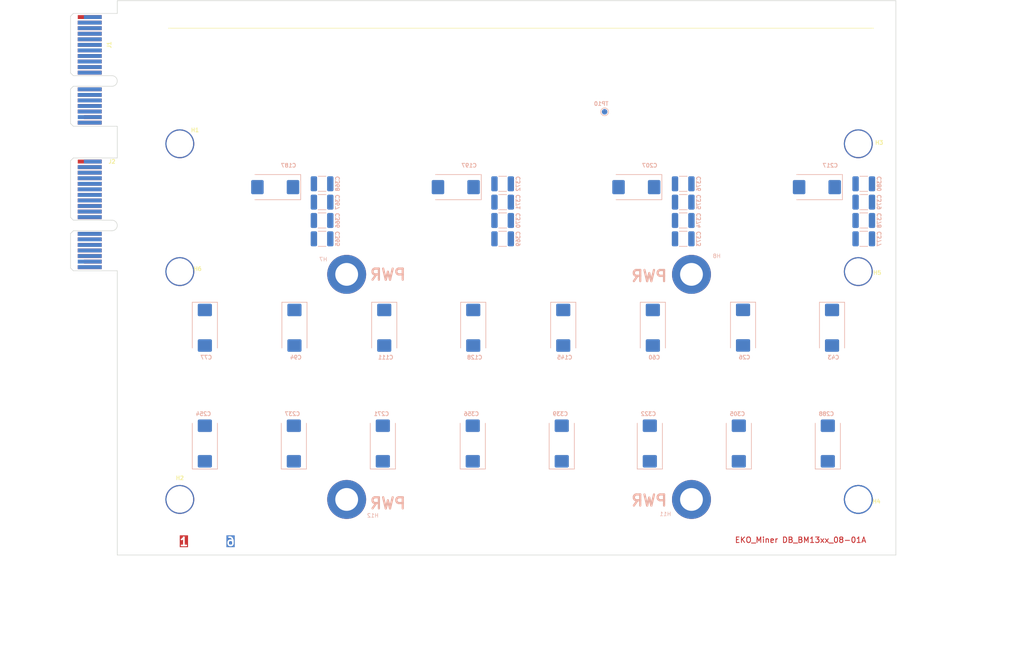
<source format=kicad_pcb>
(kicad_pcb (version 20240108) (generator "pcbnew") (generator_version "8.0")
  (layers (0 "F.Cu" signal) (1 "In1.Cu" signal) (2 "In2.Cu" signal) (3 "In3.Cu" signal) (4 "In4.Cu" signal) (31 "B.Cu" signal) (34 "B.Paste" user) (35 "F.Paste" user) (36 "B.SilkS" user "B.Silkscreen") (37 "F.SilkS" user "F.Silkscreen") (38 "B.Mask" user) (39 "F.Mask" user) (44 "Edge.Cuts" user))
  (net 0 "")
  (net 1 "GND")
  (net 2 "+12V_PWR")
  (net 3 "/DB_SCL")
  (net 4 "/DB_SDA")
  (net 5 "/DB_RX")
  (net 6 "/ID0")
  (net 7 "/DB_TX")
  (net 8 "/ID1")
  (net 9 "/SPARE_2")
  (net 10 "/DB_RSTn")
  (net 11 "/DB_PGOOD")
  (net 12 "/SPARE_1")
  (net 13 "+5V_PSU")
  (net 14 "+5V_STDBY")
  (net 15 "+3.3V_DB")
  (net 16 "+1.8V")
  (net 17 "+0.8V")
  (net 18 "VPWR_ASIC")
  (net 19 "Net-(U16-TH1)")
  (net 20 "Net-(U16-TH2)")
  (net 21 "/PSU_160A/VIN")
  (net 22 "GNDA")
  (net 23 "+3.3VP")
  (net 24 "Net-(U18-IMON)")
  (net 25 "/PSU_160A/TSEN")
  (net 26 "VREF")
  (net 27 "Net-(U22-SW)")
  (net 28 "/PSU_160A/CSP1")
  (net 29 "/PSU_160A/CSP2")
  (net 30 "/PSU_160A/CSP3")
  (net 31 "/PSU_160A/CSP4")
  (net 32 "/PSU_160A/PWM2")
  (net 33 "/PSU_160A/PWM3")
  (net 34 "/PSU_160A/PWM1")
  (net 35 "/PSU_160A/PWM4")
  (net 36 "Net-(D1-A)")
  (net 37 "/RSTIn")
  (net 38 "/CI")
  (net 39 "Net-(U18-VSN)")
  (net 40 "Net-(U18-VSP)")
  (net 41 "/EN_DRV")
  (net 42 "/PSU_160A/FFCM")
  (net 43 "Net-(NT1-Pad2)")
  (net 44 "Net-(NT2-Pad2)")
  (net 45 "/DB_ALERTn_oc")
  (footprint "Connector_PCBEdge:BUS_PCIexpress_x1" (layer "F.Cu") (at 69.8 54.2 -90)
    (property "Reference" "J2" (at 0 -4 180) (layer "F.SilkS") (effects (font (size 0.7 0.7))))
    (property "Value" "10018784-10210TLF")
    (fp_line (start -0.15 3.45) (end 10.05 3.45) (stroke (width 0.1)) (layer "Edge.Cuts"))
    (fp_line (start 12.95 3.45) (end 19.15 3.45) (stroke (width 0.1)) (layer "Edge.Cuts"))
    (fp_line (start -0.65 2.95) (end -0.15 3.45) (stroke (width 0.1)) (layer "Edge.Cuts"))
    (fp_line (start 10.55 2.95) (end 10.05 3.45) (stroke (width 0.1)) (layer "Edge.Cuts"))
    (fp_line (start 12.45 2.95) (end 12.95 3.45) (stroke (width 0.1)) (layer "Edge.Cuts"))
    (fp_line (start 19.65 2.95) (end 19.15 3.45) (stroke (width 0.1)) (layer "Edge.Cuts"))
    (fp_line (start 10.55 -4) (end 10.55 2.95) (stroke (width 0.1)) (layer "Edge.Cuts"))
    (fp_line (start 12.45 -4) (end 12.45 2.95) (stroke (width 0.1)) (layer "Edge.Cuts"))
    (fp_line (start -0.65 -4.95) (end -0.65 2.95) (stroke (width 0.1)) (layer "Edge.Cuts"))
    (fp_line (start 19.65 -4.95) (end 19.65 2.95) (stroke (width 0.1)) (layer "Edge.Cuts"))
    (fp_arc (start 10.55 -4) (mid 11.5 -4.95) (end 12.45 -4) (stroke (width 0.1)) (layer "Edge.Cuts"))
    (pad "A1" connect rect (at 0 -0.55 270) (size 0.7 3.2) (layers "B.Cu" "B.Mask") (net 1 "GND"))
    (pad "A2" connect rect (at 1 0 270) (size 0.7 4.3) (layers "B.Cu" "B.Mask") (net 1 "GND"))
    (pad "A3" connect rect (at 2 0 270) (size 0.7 4.3) (layers "B.Cu" "B.Mask") (net 1 "GND"))
    (pad "A4" connect rect (at 3 0 270) (size 0.7 4.3) (layers "B.Cu" "B.Mask") (net 1 "GND"))
    (pad "A5" connect rect (at 4 0 270) (size 0.7 4.3) (layers "B.Cu" "B.Mask") (net 1 "GND"))
    (pad "A6" connect rect (at 5 0 270) (size 0.7 4.3) (layers "B.Cu" "B.Mask") (net 1 "GND"))
    (pad "A7" connect rect (at 6 0 270) (size 0.7 4.3) (layers "B.Cu" "B.Mask") (net 1 "GND"))
    (pad "A8" connect rect (at 7 0 270) (size 0.7 4.3) (layers "B.Cu" "B.Mask") (net 1 "GND"))
    (pad "A9" connect rect (at 8 0 270) (size 0.7 4.3) (layers "B.Cu" "B.Mask") (net 1 "GND"))
    (pad "A10" connect rect (at 9 0 270) (size 0.7 4.3) (layers "B.Cu" "B.Mask") (net 1 "GND"))
    (pad "A11" connect rect (at 10 0 270) (size 0.7 4.3) (layers "B.Cu" "B.Mask") (net 1 "GND"))
    (pad "A12" connect rect (at 13 0 270) (size 0.7 4.3) (layers "B.Cu" "B.Mask") (net 13 "+5V_PSU"))
    (pad "A13" connect rect (at 14 0 270) (size 0.7 4.3) (layers "B.Cu" "B.Mask") (net 41 "/EN_DRV"))
    (pad "A14" connect rect (at 15 0 270) (size 0.7 4.3) (layers "B.Cu" "B.Mask") (net 12 "/SPARE_1"))
    (pad "A15" connect rect (at 16 0 270) (size 0.7 4.3) (layers "B.Cu" "B.Mask") (net 9 "/SPARE_2"))
    (pad "A16" connect rect (at 17 0 270) (size 0.7 4.3) (layers "B.Cu" "B.Mask") (net 3 "/DB_SCL"))
    (pad "A17" connect rect (at 18 0 270) (size 0.7 4.3) (layers "B.Cu" "B.Mask") (net 7 "/DB_TX"))
    (pad "A18" connect rect (at 19 0 270) (size 0.7 4.3) (layers "B.Cu" "B.Mask") (net 6 "/ID0"))
    (pad "B1" connect rect (at 0 0 270) (size 0.7 4.3) (layers "F.Cu" "F.Mask") (net 2 "+12V_PWR"))
    (pad "B2" connect rect (at 1 0 270) (size 0.7 4.3) (layers "F.Cu" "F.Mask") (net 2 "+12V_PWR"))
    (pad "B3" connect rect (at 2 0 270) (size 0.7 4.3) (layers "F.Cu" "F.Mask") (net 2 "+12V_PWR"))
    (pad "B4" connect rect (at 3 0 270) (size 0.7 4.3) (layers "F.Cu" "F.Mask") (net 2 "+12V_PWR"))
    (pad "B5" connect rect (at 4 0 270) (size 0.7 4.3) (layers "F.Cu" "F.Mask") (net 2 "+12V_PWR"))
    (pad "B6" connect rect (at 5 0 270) (size 0.7 4.3) (layers "F.Cu" "F.Mask") (net 2 "+12V_PWR"))
    (pad "B7" connect rect (at 6 0 270) (size 0.7 4.3) (layers "F.Cu" "F.Mask") (net 2 "+12V_PWR"))
    (pad "B8" connect rect (at 7 0 270) (size 0.7 4.3) (layers "F.Cu" "F.Mask") (net 2 "+12V_PWR"))
    (pad "B9" connect rect (at 8 0 270) (size 0.7 4.3) (layers "F.Cu" "F.Mask") (net 2 "+12V_PWR"))
    (pad "B10" connect rect (at 9 0 270) (size 0.7 4.3) (layers "F.Cu" "F.Mask") (net 2 "+12V_PWR"))
    (pad "B11" connect rect (at 10 0 270) (size 0.7 4.3) (layers "F.Cu" "F.Mask") (net 2 "+12V_PWR"))
    (pad "B12" connect rect (at 13 0 270) (size 0.7 4.3) (layers "F.Cu" "F.Mask") (net 14 "+5V_STDBY"))
    (pad "B13" connect rect (at 14 0 270) (size 0.7 4.3) (layers "F.Cu" "F.Mask") (net 11 "/DB_PGOOD"))
    (pad "B14" connect rect (at 15 0 270) (size 0.7 4.3) (layers "F.Cu" "F.Mask") (net 45 "/DB_ALERTn_oc"))
    (pad "B15" connect rect (at 16 0 270) (size 0.7 4.3) (layers "F.Cu" "F.Mask") (net 10 "/DB_RSTn"))
    (pad "B16" connect rect (at 17 0 270) (size 0.7 4.3) (layers "F.Cu" "F.Mask") (net 4 "/DB_SDA"))
    (pad "B17" connect rect (at 18 -0.55 270) (size 0.7 3.2) (layers "F.Cu" "F.Mask") (net 5 "/DB_RX"))
    (pad "B18" connect rect (at 19 0 270) (size 0.7 4.3) (layers "F.Cu" "F.Mask") (net 8 "/ID1"))
  )
  (footprint "MountingHole:MountingHole_3.2mm_M3_ISO7380" (layer "F.Cu") (at 86 74)
    (property "Reference" "H6" (at 3.2 -0.5 0) (layer "F.SilkS") (effects (font (size 0.7 0.7))))
    (property "Value" "MountingHole")
    (pad "" np_thru_hole circle (at 0 0) (size 3.2 3.2) (drill 3.2) (layers "*.Cu" "*.Mask"))
  )
  (footprint "Connector_PCBEdge:BUS_PCIexpress_x1" (layer "F.Cu") (at 69.8 28.2 -90)
    (property "Reference" "J1" (at 5 -3.5 90) (layer "F.SilkS") (effects (font (size 0.7 0.7))))
    (property "Value" "10018784-10210TLF")
    (fp_line (start -0.15 3.45) (end 10.05 3.45) (stroke (width 0.1)) (layer "Edge.Cuts"))
    (fp_line (start 12.95 3.45) (end 19.15 3.45) (stroke (width 0.1)) (layer "Edge.Cuts"))
    (fp_line (start -0.65 2.95) (end -0.15 3.45) (stroke (width 0.1)) (layer "Edge.Cuts"))
    (fp_line (start 10.55 2.95) (end 10.05 3.45) (stroke (width 0.1)) (layer "Edge.Cuts"))
    (fp_line (start 12.45 2.95) (end 12.95 3.45) (stroke (width 0.1)) (layer "Edge.Cuts"))
    (fp_line (start 19.65 2.95) (end 19.15 3.45) (stroke (width 0.1)) (layer "Edge.Cuts"))
    (fp_line (start 10.55 -4) (end 10.55 2.95) (stroke (width 0.1)) (layer "Edge.Cuts"))
    (fp_line (start 12.45 -4) (end 12.45 2.95) (stroke (width 0.1)) (layer "Edge.Cuts"))
    (fp_line (start -0.65 -4.95) (end -0.65 2.95) (stroke (width 0.1)) (layer "Edge.Cuts"))
    (fp_line (start 19.65 -4.95) (end 19.65 2.95) (stroke (width 0.1)) (layer "Edge.Cuts"))
    (fp_arc (start 10.55 -4) (mid 11.5 -4.95) (end 12.45 -4) (stroke (width 0.1)) (layer "Edge.Cuts"))
    (pad "A1" connect rect (at 0 -0.55 270) (size 0.7 3.2) (layers "B.Cu" "B.Mask") (net 1 "GND"))
    (pad "A2" connect rect (at 1 0 270) (size 0.7 4.3) (layers "B.Cu" "B.Mask") (net 1 "GND"))
    (pad "A3" connect rect (at 2 0 270) (size 0.7 4.3) (layers "B.Cu" "B.Mask") (net 1 "GND"))
    (pad "A4" connect rect (at 3 0 270) (size 0.7 4.3) (layers "B.Cu" "B.Mask") (net 1 "GND"))
    (pad "A5" connect rect (at 4 0 270) (size 0.7 4.3) (layers "B.Cu" "B.Mask") (net 1 "GND"))
    (pad "A6" connect rect (at 5 0 270) (size 0.7 4.3) (layers "B.Cu" "B.Mask") (net 1 "GND"))
    (pad "A7" connect rect (at 6 0 270) (size 0.7 4.3) (layers "B.Cu" "B.Mask") (net 1 "GND"))
    (pad "A8" connect rect (at 7 0 270) (size 0.7 4.3) (layers "B.Cu" "B.Mask") (net 1 "GND"))
    (pad "A9" connect rect (at 8 0 270) (size 0.7 4.3) (layers "B.Cu" "B.Mask") (net 1 "GND"))
    (pad "A10" connect rect (at 9 0 270) (size 0.7 4.3) (layers "B.Cu" "B.Mask") (net 1 "GND"))
    (pad "A11" connect rect (at 10 0 270) (size 0.7 4.3) (layers "B.Cu" "B.Mask") (net 1 "GND"))
    (pad "A12" connect rect (at 13 0 270) (size 0.7 4.3) (layers "B.Cu" "B.Mask") (net 1 "GND"))
    (pad "A13" connect rect (at 14 0 270) (size 0.7 4.3) (layers "B.Cu" "B.Mask") (net 1 "GND"))
    (pad "A14" connect rect (at 15 0 270) (size 0.7 4.3) (layers "B.Cu" "B.Mask") (net 1 "GND"))
    (pad "A15" connect rect (at 16 0 270) (size 0.7 4.3) (layers "B.Cu" "B.Mask") (net 1 "GND"))
    (pad "A16" connect rect (at 17 0 270) (size 0.7 4.3) (layers "B.Cu" "B.Mask") (net 1 "GND"))
    (pad "A17" connect rect (at 18 0 270) (size 0.7 4.3) (layers "B.Cu" "B.Mask") (net 1 "GND"))
    (pad "A18" connect rect (at 19 0 270) (size 0.7 4.3) (layers "B.Cu" "B.Mask") (net 1 "GND"))
    (pad "B1" connect rect (at 0 0 270) (size 0.7 4.3) (layers "F.Cu" "F.Mask") (net 2 "+12V_PWR"))
    (pad "B2" connect rect (at 1 0 270) (size 0.7 4.3) (layers "F.Cu" "F.Mask") (net 2 "+12V_PWR"))
    (pad "B3" connect rect (at 2 0 270) (size 0.7 4.3) (layers "F.Cu" "F.Mask") (net 2 "+12V_PWR"))
    (pad "B4" connect rect (at 3 0 270) (size 0.7 4.3) (layers "F.Cu" "F.Mask") (net 2 "+12V_PWR"))
    (pad "B5" connect rect (at 4 0 270) (size 0.7 4.3) (layers "F.Cu" "F.Mask") (net 2 "+12V_PWR"))
    (pad "B6" connect rect (at 5 0 270) (size 0.7 4.3) (layers "F.Cu" "F.Mask") (net 2 "+12V_PWR"))
    (pad "B7" connect rect (at 6 0 270) (size 0.7 4.3) (layers "F.Cu" "F.Mask") (net 2 "+12V_PWR"))
    (pad "B8" connect rect (at 7 0 270) (size 0.7 4.3) (layers "F.Cu" "F.Mask") (net 2 "+12V_PWR"))
    (pad "B9" connect rect (at 8 0 270) (size 0.7 4.3) (layers "F.Cu" "F.Mask") (net 2 "+12V_PWR"))
    (pad "B10" connect rect (at 9 0 270) (size 0.7 4.3) (layers "F.Cu" "F.Mask") (net 2 "+12V_PWR"))
    (pad "B11" connect rect (at 10 0 270) (size 0.7 4.3) (layers "F.Cu" "F.Mask") (net 2 "+12V_PWR"))
    (pad "B12" connect rect (at 13 0 270) (size 0.7 4.3) (layers "F.Cu" "F.Mask") (net 2 "+12V_PWR"))
    (pad "B13" connect rect (at 14 0 270) (size 0.7 4.3) (layers "F.Cu" "F.Mask") (net 2 "+12V_PWR"))
    (pad "B14" connect rect (at 15 0 270) (size 0.7 4.3) (layers "F.Cu" "F.Mask") (net 2 "+12V_PWR"))
    (pad "B15" connect rect (at 16 0 270) (size 0.7 4.3) (layers "F.Cu" "F.Mask") (net 2 "+12V_PWR"))
    (pad "B16" connect rect (at 17 0 270) (size 0.7 4.3) (layers "F.Cu" "F.Mask") (net 2 "+12V_PWR"))
    (pad "B17" connect rect (at 18 -0.55 270) (size 0.7 3.2) (layers "F.Cu" "F.Mask") (net 2 "+12V_PWR"))
    (pad "B18" connect rect (at 19 0 270) (size 0.7 4.3) (layers "F.Cu" "F.Mask") (net 2 "+12V_PWR"))
  )
  (footprint "MountingHole:MountingHole_3.2mm_M3_ISO7380" (layer "F.Cu") (at 208 74)
    (property "Reference" "H5" (at 3.402 0.2 0) (layer "F.SilkS") (effects (font (size 0.7 0.7))))
    (property "Value" "MountingHole")
    (pad "" np_thru_hole circle (at 0 0) (size 3.2 3.2) (drill 3.2) (layers "*.Cu" "*.Mask"))
  )
  (footprint "MountingHole:MountingHole_3.2mm_M3_ISO7380" (layer "F.Cu") (at 86 51)
    (property "Reference" "H1" (at 2.72 -2.454 0) (layer "F.SilkS") (effects (font (size 0.7 0.7))))
    (property "Value" "MountingHole")
    (pad "" np_thru_hole circle (at 0 0) (size 3.2 3.2) (drill 3.2) (layers "*.Cu" "*.Mask"))
  )
  (footprint "MountingHole:MountingHole_3.2mm_M3_ISO7380" (layer "F.Cu") (at 208 51)
    (property "Reference" "H3" (at 3.75 -0.2 0) (layer "F.SilkS") (effects (font (size 0.7 0.7))))
    (property "Value" "MountingHole")
    (pad "" np_thru_hole circle (at 0 0) (size 3.2 3.2) (drill 3.2) (layers "*.Cu" "*.Mask"))
  )
  (footprint "MountingHole:MountingHole_3.2mm_M3_ISO7380" (layer "F.Cu") (at 208 115)
    (property "Reference" "H4" (at 3.274 0.348 0) (layer "F.SilkS") (effects (font (size 0.7 0.7))))
    (property "Value" "MountingHole")
    (pad "" np_thru_hole circle (at 0 0) (size 3.2 3.2) (drill 3.2) (layers "*.Cu" "*.Mask"))
  )
  (footprint "MountingHole:MountingHole_3.2mm_M3_ISO7380" (layer "F.Cu") (at 86 115)
    (property "Reference" "H2" (at 0 -3.85 0) (layer "F.SilkS") (effects (font (size 0.7 0.7))))
    (property "Value" "MountingHole")
    (pad "" np_thru_hole circle (at 0 0) (size 3.2 3.2) (drill 3.2) (layers "*.Cu" "*.Mask"))
  )
  (footprint "EKO_Miner_ASIClib:SMTSO-M3-3ET" (layer "B.Cu") (at 178 115 180)
    (property "Reference" "H11" (at 4.698 -2.634 0) (layer "B.SilkS") (effects (font (size 0.7 0.7) (thickness 0.1)) (justify mirror)))
    (property "Value" "MountingHole_Pad")
    (pad "1" thru_hole circle (at 0 0 180) (size 7 7) (drill 4.1) (layers "*.Cu" "*.Mask") (net 18 "VPWR_ASIC"))
  )
  (footprint "Capacitor_Tantalum_SMD:CP_EIA-7343-31_Kemet-D_Pad2.25x2.55mm_HandSolder" (layer "B.Cu") (at 138.670666 104.934 90)
    (property "Reference" "C356" (at 5.334 -0.253999 0) (layer "B.SilkS") (effects (font (size 0.7 0.7)) (justify mirror)))
    (property "Value" "330uF")
    (fp_line (start 3.65 -2.26) (end -4.585 -2.26) (stroke (width 0.12)) (layer "B.SilkS"))
    (fp_line (start -4.585 -2.26) (end -4.585 2.26) (stroke (width 0.12)) (layer "B.SilkS"))
    (fp_line (start -4.585 2.26) (end 3.65 2.26) (stroke (width 0.12)) (layer "B.SilkS"))
    (pad "1" smd roundrect (at -3.2 0 90) (size 2.25 2.55) (layers "B.Cu" "B.Paste" "B.Mask") (roundrect_rratio 0.111111) (net 18 "VPWR_ASIC"))
    (pad "2" smd roundrect (at 3.2 0 90) (size 2.25 2.55) (layers "B.Cu" "B.Paste" "B.Mask") (roundrect_rratio 0.111111) (net 1 "GND"))
  )
  (footprint "Capacitor_SMD:C_1210_3225Metric" (layer "B.Cu") (at 111.58 61.5)
    (property "Reference" "C367" (at 2.794 0 90) (layer "B.SilkS") (effects (font (size 0.7 0.7)) (justify mirror)))
    (property "Value" "100uF")
    (fp_line (start 0.711252 -1.36) (end -0.711252 -1.36) (stroke (width 0.12)) (layer "B.SilkS"))
    (fp_line (start 0.711252 1.36) (end -0.711252 1.36) (stroke (width 0.12)) (layer "B.SilkS"))
    (pad "1" smd roundrect (at -1.475 0) (size 1.15 2.7) (layers "B.Cu" "B.Paste" "B.Mask") (roundrect_rratio 0.217391) (net 18 "VPWR_ASIC"))
    (pad "2" smd roundrect (at 1.475 0) (size 1.15 2.7) (layers "B.Cu" "B.Paste" "B.Mask") (roundrect_rratio 0.217391) (net 1 "GND"))
  )
  (footprint "Capacitor_SMD:C_1210_3225Metric" (layer "B.Cu") (at 111.58 68.104)
    (property "Reference" "C365" (at 2.794 0 90) (layer "B.SilkS") (effects (font (size 0.7 0.7)) (justify mirror)))
    (property "Value" "100uF")
    (fp_line (start 0.711252 -1.36) (end -0.711252 -1.36) (stroke (width 0.12)) (layer "B.SilkS"))
    (fp_line (start 0.711252 1.36) (end -0.711252 1.36) (stroke (width 0.12)) (layer "B.SilkS"))
    (pad "1" smd roundrect (at -1.475 0) (size 1.15 2.7) (layers "B.Cu" "B.Paste" "B.Mask") (roundrect_rratio 0.217391) (net 18 "VPWR_ASIC"))
    (pad "2" smd roundrect (at 1.475 0) (size 1.15 2.7) (layers "B.Cu" "B.Paste" "B.Mask") (roundrect_rratio 0.217391) (net 1 "GND"))
  )
  (footprint "Capacitor_Tantalum_SMD:CP_EIA-7343-31_Kemet-D_Pad2.25x2.55mm_HandSolder" (layer "B.Cu") (at 90.498 84.106 -90)
    (property "Reference" "C77" (at 5.334 -0.254 180) (layer "B.SilkS") (effects (font (size 0.7 0.7)) (justify mirror)))
    (property "Value" "330uF")
    (fp_line (start -4.585 2.26) (end 3.65 2.26) (stroke (width 0.12)) (layer "B.SilkS"))
    (fp_line (start -4.585 -2.26) (end -4.585 2.26) (stroke (width 0.12)) (layer "B.SilkS"))
    (fp_line (start 3.65 -2.26) (end -4.585 -2.26) (stroke (width 0.12)) (layer "B.SilkS"))
    (pad "1" smd roundrect (at -3.2 0 270) (size 2.25 2.55) (layers "B.Cu" "B.Paste" "B.Mask") (roundrect_rratio 0.111111) (net 18 "VPWR_ASIC"))
    (pad "2" smd roundrect (at 3.2 0 270) (size 2.25 2.55) (layers "B.Cu" "B.Paste" "B.Mask") (roundrect_rratio 0.111111) (net 1 "GND"))
  )
  (footprint "Capacitor_SMD:C_1210_3225Metric" (layer "B.Cu") (at 208.98 64.802)
    (property "Reference" "C378" (at 2.794 0 90) (layer "B.SilkS") (effects (font (size 0.7 0.7)) (justify mirror)))
    (property "Value" "100uF")
    (fp_line (start 0.711252 -1.36) (end -0.711252 -1.36) (stroke (width 0.12)) (layer "B.SilkS"))
    (fp_line (start 0.711252 1.36) (end -0.711252 1.36) (stroke (width 0.12)) (layer "B.SilkS"))
    (pad "1" smd roundrect (at -1.475 0) (size 1.15 2.7) (layers "B.Cu" "B.Paste" "B.Mask") (roundrect_rratio 0.217391) (net 18 "VPWR_ASIC"))
    (pad "2" smd roundrect (at 1.475 0) (size 1.15 2.7) (layers "B.Cu" "B.Paste" "B.Mask") (roundrect_rratio 0.217391) (net 1 "GND"))
  )
  (footprint "Capacitor_SMD:C_1210_3225Metric" (layer "B.Cu") (at 144.046666 61.5)
    (property "Reference" "C371" (at 2.794 0 90) (layer "B.SilkS") (effects (font (size 0.7 0.7)) (justify mirror)))
    (property "Value" "100uF")
    (fp_line (start 0.711252 -1.36) (end -0.711252 -1.36) (stroke (width 0.12)) (layer "B.SilkS"))
    (fp_line (start 0.711252 1.36) (end -0.711252 1.36) (stroke (width 0.12)) (layer "B.SilkS"))
    (pad "1" smd roundrect (at -1.475 0) (size 1.15 2.7) (layers "B.Cu" "B.Paste" "B.Mask") (roundrect_rratio 0.217391) (net 18 "VPWR_ASIC"))
    (pad "2" smd roundrect (at 1.475 0) (size 1.15 2.7) (layers "B.Cu" "B.Paste" "B.Mask") (roundrect_rratio 0.217391) (net 1 "GND"))
  )
  (footprint "Capacitor_SMD:C_1210_3225Metric" (layer "B.Cu") (at 208.98 58.20475)
    (property "Reference" "C380" (at 2.794 -0.00675 90) (layer "B.SilkS") (effects (font (size 0.7 0.7)) (justify mirror)))
    (property "Value" "100uF")
    (fp_line (start 0.711252 -1.36) (end -0.711252 -1.36) (stroke (width 0.12)) (layer "B.SilkS"))
    (fp_line (start 0.711252 1.36) (end -0.711252 1.36) (stroke (width 0.12)) (layer "B.SilkS"))
    (pad "1" smd roundrect (at -1.475 0) (size 1.15 2.7) (layers "B.Cu" "B.Paste" "B.Mask") (roundrect_rratio 0.217391) (net 18 "VPWR_ASIC"))
    (pad "2" smd roundrect (at 1.475 0) (size 1.15 2.7) (layers "B.Cu" "B.Paste" "B.Mask") (roundrect_rratio 0.217391) (net 1 "GND"))
  )
  (footprint "Capacitor_Tantalum_SMD:CP_EIA-7343-31_Kemet-D_Pad2.25x2.55mm_HandSolder" (layer "B.Cu") (at 154.941428 84.106 -90)
    (property "Reference" "C145" (at 5.334 -0.254 180) (layer "B.SilkS") (effects (font (size 0.7 0.7)) (justify mirror)))
    (property "Value" "330uF")
    (fp_line (start -4.585 2.26) (end 3.65 2.26) (stroke (width 0.12)) (layer "B.SilkS"))
    (fp_line (start -4.585 -2.26) (end -4.585 2.26) (stroke (width 0.12)) (layer "B.SilkS"))
    (fp_line (start 3.65 -2.26) (end -4.585 -2.26) (stroke (width 0.12)) (layer "B.SilkS"))
    (pad "1" smd roundrect (at -3.2 0 270) (size 2.25 2.55) (layers "B.Cu" "B.Paste" "B.Mask") (roundrect_rratio 0.111111) (net 18 "VPWR_ASIC"))
    (pad "2" smd roundrect (at 3.2 0 270) (size 2.25 2.55) (layers "B.Cu" "B.Paste" "B.Mask") (roundrect_rratio 0.111111) (net 1 "GND"))
  )
  (footprint "Capacitor_SMD:C_1210_3225Metric" (layer "B.Cu") (at 144.046666 64.802)
    (property "Reference" "C370" (at 2.794 0 90) (layer "B.SilkS") (effects (font (size 0.7 0.7)) (justify mirror)))
    (property "Value" "100uF")
    (fp_line (start 0.711252 -1.36) (end -0.711252 -1.36) (stroke (width 0.12)) (layer "B.SilkS"))
    (fp_line (start 0.711252 1.36) (end -0.711252 1.36) (stroke (width 0.12)) (layer "B.SilkS"))
    (pad "1" smd roundrect (at -1.475 0) (size 1.15 2.7) (layers "B.Cu" "B.Paste" "B.Mask") (roundrect_rratio 0.217391) (net 18 "VPWR_ASIC"))
    (pad "2" smd roundrect (at 1.475 0) (size 1.15 2.7) (layers "B.Cu" "B.Paste" "B.Mask") (roundrect_rratio 0.217391) (net 1 "GND"))
  )
  (footprint "Capacitor_Tantalum_SMD:CP_EIA-7343-31_Kemet-D_Pad2.25x2.55mm_HandSolder" (layer "B.Cu") (at 90.498 104.934 90)
    (property "Reference" "C254" (at 5.334 -0.253999 0) (layer "B.SilkS") (effects (font (size 0.7 0.7)) (justify mirror)))
    (property "Value" "330uF")
    (fp_line (start 3.65 -2.26) (end -4.585 -2.26) (stroke (width 0.12)) (layer "B.SilkS"))
    (fp_line (start -4.585 -2.26) (end -4.585 2.26) (stroke (width 0.12)) (layer "B.SilkS"))
    (fp_line (start -4.585 2.26) (end 3.65 2.26) (stroke (width 0.12)) (layer "B.SilkS"))
    (pad "1" smd roundrect (at -3.2 0 90) (size 2.25 2.55) (layers "B.Cu" "B.Paste" "B.Mask") (roundrect_rratio 0.111111) (net 18 "VPWR_ASIC"))
    (pad "2" smd roundrect (at 3.2 0 90) (size 2.25 2.55) (layers "B.Cu" "B.Paste" "B.Mask") (roundrect_rratio 0.111111) (net 1 "GND"))
  )
  (footprint "Capacitor_SMD:C_1210_3225Metric" (layer "B.Cu") (at 208.98 61.5)
    (property "Reference" "C379" (at 2.794 0 90) (layer "B.SilkS") (effects (font (size 0.7 0.7)) (justify mirror)))
    (property "Value" "100uF")
    (fp_line (start 0.711252 -1.36) (end -0.711252 -1.36) (stroke (width 0.12)) (layer "B.SilkS"))
    (fp_line (start 0.711252 1.36) (end -0.711252 1.36) (stroke (width 0.12)) (layer "B.SilkS"))
    (pad "1" smd roundrect (at -1.475 0) (size 1.15 2.7) (layers "B.Cu" "B.Paste" "B.Mask") (roundrect_rratio 0.217391) (net 18 "VPWR_ASIC"))
    (pad "2" smd roundrect (at 1.475 0) (size 1.15 2.7) (layers "B.Cu" "B.Paste" "B.Mask") (roundrect_rratio 0.217391) (net 1 "GND"))
  )
  (footprint "Capacitor_Tantalum_SMD:CP_EIA-7343-31_Kemet-D_Pad2.25x2.55mm_HandSolder" (layer "B.Cu") (at 202.512 104.934 90)
    (property "Reference" "C288" (at 5.334 -0.253999 0) (layer "B.SilkS") (effects (font (size 0.7 0.7)) (justify mirror)))
    (property "Value" "330uF")
    (fp_line (start 3.65 -2.26) (end -4.585 -2.26) (stroke (width 0.12)) (layer "B.SilkS"))
    (fp_line (start -4.585 -2.26) (end -4.585 2.26) (stroke (width 0.12)) (layer "B.SilkS"))
    (fp_line (start -4.585 2.26) (end 3.65 2.26) (stroke (width 0.12)) (layer "B.SilkS"))
    (pad "1" smd roundrect (at -3.2 0 90) (size 2.25 2.55) (layers "B.Cu" "B.Paste" "B.Mask") (roundrect_rratio 0.111111) (net 18 "VPWR_ASIC"))
    (pad "2" smd roundrect (at 3.2 0 90) (size 2.25 2.55) (layers "B.Cu" "B.Paste" "B.Mask") (roundrect_rratio 0.111111) (net 1 "GND"))
  )
  (footprint "EKO_Miner_ASIClib:SMTSO-M3-3ET" (layer "B.Cu") (at 116 74.5 180)
    (property "Reference" "H7" (at 4.2 2.7 0) (layer "B.SilkS") (effects (font (size 0.7 0.7) (thickness 0.1)) (justify mirror)))
    (property "Value" "MountingHole_Pad")
    (pad "1" thru_hole circle (at 0 0 180) (size 7 7) (drill 4.1) (layers "*.Cu" "*.Mask") (net 18 "VPWR_ASIC"))
  )
  (footprint "Capacitor_Tantalum_SMD:CP_EIA-7343-31_Kemet-D_Pad2.25x2.55mm_HandSolder" (layer "B.Cu") (at 186.51 104.934 90)
    (property "Reference" "C305" (at 5.334 -0.253999 0) (layer "B.SilkS") (effects (font (size 0.7 0.7)) (justify mirror)))
    (property "Value" "330uF")
    (fp_line (start 3.65 -2.26) (end -4.585 -2.26) (stroke (width 0.12)) (layer "B.SilkS"))
    (fp_line (start -4.585 -2.26) (end -4.585 2.26) (stroke (width 0.12)) (layer "B.SilkS"))
    (fp_line (start -4.585 2.26) (end 3.65 2.26) (stroke (width 0.12)) (layer "B.SilkS"))
    (pad "1" smd roundrect (at -3.2 0 90) (size 2.25 2.55) (layers "B.Cu" "B.Paste" "B.Mask") (roundrect_rratio 0.111111) (net 18 "VPWR_ASIC"))
    (pad "2" smd roundrect (at 3.2 0 90) (size 2.25 2.55) (layers "B.Cu" "B.Paste" "B.Mask") (roundrect_rratio 0.111111) (net 1 "GND"))
  )
  (footprint "Capacitor_Tantalum_SMD:CP_EIA-7343-31_Kemet-D_Pad2.25x2.55mm_HandSolder" (layer "B.Cu") (at 154.672666 104.934 90)
    (property "Reference" "C339" (at 5.334 -0.253999 0) (layer "B.SilkS") (effects (font (size 0.7 0.7)) (justify mirror)))
    (property "Value" "330uF")
    (fp_line (start 3.65 -2.26) (end -4.585 -2.26) (stroke (width 0.12)) (layer "B.SilkS"))
    (fp_line (start -4.585 -2.26) (end -4.585 2.26) (stroke (width 0.12)) (layer "B.SilkS"))
    (fp_line (start -4.585 2.26) (end 3.65 2.26) (stroke (width 0.12)) (layer "B.SilkS"))
    (pad "1" smd roundrect (at -3.2 0 90) (size 2.25 2.55) (layers "B.Cu" "B.Paste" "B.Mask") (roundrect_rratio 0.111111) (net 18 "VPWR_ASIC"))
    (pad "2" smd roundrect (at 3.2 0 90) (size 2.25 2.55) (layers "B.Cu" "B.Paste" "B.Mask") (roundrect_rratio 0.111111) (net 1 "GND"))
  )
  (footprint "Capacitor_SMD:C_1210_3225Metric" (layer "B.Cu") (at 144.046666 58.20475)
    (property "Reference" "C372" (at 2.794 -0.00675 90) (layer "B.SilkS") (effects (font (size 0.7 0.7)) (justify mirror)))
    (property "Value" "100uF")
    (fp_line (start 0.711252 -1.36) (end -0.711252 -1.36) (stroke (width 0.12)) (layer "B.SilkS"))
    (fp_line (start 0.711252 1.36) (end -0.711252 1.36) (stroke (width 0.12)) (layer "B.SilkS"))
    (pad "1" smd roundrect (at -1.475 0) (size 1.15 2.7) (layers "B.Cu" "B.Paste" "B.Mask") (roundrect_rratio 0.217391) (net 18 "VPWR_ASIC"))
    (pad "2" smd roundrect (at 1.475 0) (size 1.15 2.7) (layers "B.Cu" "B.Paste" "B.Mask") (roundrect_rratio 0.217391) (net 1 "GND"))
  )
  (footprint "Capacitor_Tantalum_SMD:CP_EIA-7343-31_Kemet-D_Pad2.25x2.55mm_HandSolder" (layer "B.Cu") (at 122.502 104.934 90)
    (property "Reference" "C271" (at 5.334 -0.253999 0) (layer "B.SilkS") (effects (font (size 0.7 0.7)) (justify mirror)))
    (property "Value" "330uF")
    (fp_line (start 3.65 -2.26) (end -4.585 -2.26) (stroke (width 0.12)) (layer "B.SilkS"))
    (fp_line (start -4.585 -2.26) (end -4.585 2.26) (stroke (width 0.12)) (layer "B.SilkS"))
    (fp_line (start -4.585 2.26) (end 3.65 2.26) (stroke (width 0.12)) (layer "B.SilkS"))
    (pad "1" smd roundrect (at -3.2 0 90) (size 2.25 2.55) (layers "B.Cu" "B.Paste" "B.Mask") (roundrect_rratio 0.111111) (net 18 "VPWR_ASIC"))
    (pad "2" smd roundrect (at 3.2 0 90) (size 2.25 2.55) (layers "B.Cu" "B.Paste" "B.Mask") (roundrect_rratio 0.111111) (net 1 "GND"))
  )
  (footprint "Capacitor_Tantalum_SMD:CP_EIA-7343-31_Kemet-D_Pad2.25x2.55mm_HandSolder" (layer "B.Cu") (at 138.758 84.106 -90)
    (property "Reference" "C128" (at 5.334 -0.254 180) (layer "B.SilkS") (effects (font (size 0.7 0.7)) (justify mirror)))
    (property "Value" "330uF")
    (fp_line (start -4.585 2.26) (end 3.65 2.26) (stroke (width 0.12)) (layer "B.SilkS"))
    (fp_line (start -4.585 -2.26) (end -4.585 2.26) (stroke (width 0.12)) (layer "B.SilkS"))
    (fp_line (start 3.65 -2.26) (end -4.585 -2.26) (stroke (width 0.12)) (layer "B.SilkS"))
    (pad "1" smd roundrect (at -3.2 0 270) (size 2.25 2.55) (layers "B.Cu" "B.Paste" "B.Mask") (roundrect_rratio 0.111111) (net 18 "VPWR_ASIC"))
    (pad "2" smd roundrect (at 3.2 0 270) (size 2.25 2.55) (layers "B.Cu" "B.Paste" "B.Mask") (roundrect_rratio 0.111111) (net 1 "GND"))
  )
  (footprint "Capacitor_Tantalum_SMD:CP_EIA-7343-31_Kemet-D_Pad2.25x2.55mm_HandSolder" (layer "B.Cu") (at 168.083332 58.8 180)
    (property "Reference" "C207" (at -2.4 3.9 180) (layer "B.SilkS") (effects (font (size 0.7 0.7)) (justify mirror)))
    (property "Value" "330uF")
    (fp_line (start 3.65 -2.26) (end -4.585 -2.26) (stroke (width 0.12)) (layer "B.SilkS"))
    (fp_line (start -4.585 2.26) (end 3.65 2.26) (stroke (width 0.12)) (layer "B.SilkS"))
    (fp_line (start -4.585 -2.26) (end -4.585 2.26) (stroke (width 0.12)) (layer "B.SilkS"))
    (pad "1" smd roundrect (at -3.2 0 180) (size 2.25 2.55) (layers "B.Cu" "B.Paste" "B.Mask") (roundrect_rratio 0.111111) (net 18 "VPWR_ASIC"))
    (pad "2" smd roundrect (at 3.2 0 180) (size 2.25 2.55) (layers "B.Cu" "B.Paste" "B.Mask") (roundrect_rratio 0.111111) (net 1 "GND"))
  )
  (footprint "Capacitor_Tantalum_SMD:CP_EIA-7343-31_Kemet-D_Pad2.25x2.55mm_HandSolder" (layer "B.Cu") (at 103.15 58.8 180)
    (property "Reference" "C187" (at -2.4 3.9 180) (layer "B.SilkS") (effects (font (size 0.7 0.7)) (justify mirror)))
    (property "Value" "330uF")
    (fp_line (start 3.65 -2.26) (end -4.585 -2.26) (stroke (width 0.12)) (layer "B.SilkS"))
    (fp_line (start -4.585 2.26) (end 3.65 2.26) (stroke (width 0.12)) (layer "B.SilkS"))
    (fp_line (start -4.585 -2.26) (end -4.585 2.26) (stroke (width 0.12)) (layer "B.SilkS"))
    (pad "1" smd roundrect (at -3.2 0 180) (size 2.25 2.55) (layers "B.Cu" "B.Paste" "B.Mask") (roundrect_rratio 0.111111) (net 18 "VPWR_ASIC"))
    (pad "2" smd roundrect (at 3.2 0 180) (size 2.25 2.55) (layers "B.Cu" "B.Paste" "B.Mask") (roundrect_rratio 0.111111) (net 1 "GND"))
  )
  (footprint "Capacitor_SMD:C_1210_3225Metric" (layer "B.Cu") (at 176.513332 61.5)
    (property "Reference" "C375" (at 2.794 0 90) (layer "B.SilkS") (effects (font (size 0.7 0.7)) (justify mirror)))
    (property "Value" "100uF")
    (fp_line (start 0.711252 -1.36) (end -0.711252 -1.36) (stroke (width 0.12)) (layer "B.SilkS"))
    (fp_line (start 0.711252 1.36) (end -0.711252 1.36) (stroke (width 0.12)) (layer "B.SilkS"))
    (pad "1" smd roundrect (at -1.475 0) (size 1.15 2.7) (layers "B.Cu" "B.Paste" "B.Mask") (roundrect_rratio 0.217391) (net 18 "VPWR_ASIC"))
    (pad "2" smd roundrect (at 1.475 0) (size 1.15 2.7) (layers "B.Cu" "B.Paste" "B.Mask") (roundrect_rratio 0.217391) (net 1 "GND"))
  )
  (footprint "Capacitor_Tantalum_SMD:CP_EIA-7343-31_Kemet-D_Pad2.25x2.55mm_HandSolder" (layer "B.Cu") (at 171.052285 84.106 -90)
    (property "Reference" "C60" (at 5.334 -0.254 180) (layer "B.SilkS") (effects (font (size 0.7 0.7)) (justify mirror)))
    (property "Value" "330uF")
    (fp_line (start -4.585 2.26) (end 3.65 2.26) (stroke (width 0.12)) (layer "B.SilkS"))
    (fp_line (start -4.585 -2.26) (end -4.585 2.26) (stroke (width 0.12)) (layer "B.SilkS"))
    (fp_line (start 3.65 -2.26) (end -4.585 -2.26) (stroke (width 0.12)) (layer "B.SilkS"))
    (pad "1" smd roundrect (at -3.2 0 270) (size 2.25 2.55) (layers "B.Cu" "B.Paste" "B.Mask") (roundrect_rratio 0.111111) (net 18 "VPWR_ASIC"))
    (pad "2" smd roundrect (at 3.2 0 270) (size 2.25 2.55) (layers "B.Cu" "B.Paste" "B.Mask") (roundrect_rratio 0.111111) (net 1 "GND"))
  )
  (footprint "Capacitor_Tantalum_SMD:CP_EIA-7343-31_Kemet-D_Pad2.25x2.55mm_HandSolder" (layer "B.Cu") (at 200.55 58.8 180)
    (property "Reference" "C217" (at -2.4 3.9 180) (layer "B.SilkS") (effects (font (size 0.7 0.7)) (justify mirror)))
    (property "Value" "330uF")
    (fp_line (start 3.65 -2.26) (end -4.585 -2.26) (stroke (width 0.12)) (layer "B.SilkS"))
    (fp_line (start -4.585 2.26) (end 3.65 2.26) (stroke (width 0.12)) (layer "B.SilkS"))
    (fp_line (start -4.585 -2.26) (end -4.585 2.26) (stroke (width 0.12)) (layer "B.SilkS"))
    (pad "1" smd roundrect (at -3.2 0 180) (size 2.25 2.55) (layers "B.Cu" "B.Paste" "B.Mask") (roundrect_rratio 0.111111) (net 18 "VPWR_ASIC"))
    (pad "2" smd roundrect (at 3.2 0 180) (size 2.25 2.55) (layers "B.Cu" "B.Paste" "B.Mask") (roundrect_rratio 0.111111) (net 1 "GND"))
  )
  (footprint "Capacitor_Tantalum_SMD:CP_EIA-7343-31_Kemet-D_Pad2.25x2.55mm_HandSolder" (layer "B.Cu") (at 106.5 104.934 90)
    (property "Reference" "C237" (at 5.334 -0.253999 0) (layer "B.SilkS") (effects (font (size 0.7 0.7)) (justify mirror)))
    (property "Value" "330uF")
    (fp_line (start 3.65 -2.26) (end -4.585 -2.26) (stroke (width 0.12)) (layer "B.SilkS"))
    (fp_line (start -4.585 -2.26) (end -4.585 2.26) (stroke (width 0.12)) (layer "B.SilkS"))
    (fp_line (start -4.585 2.26) (end 3.65 2.26) (stroke (width 0.12)) (layer "B.SilkS"))
    (pad "1" smd roundrect (at -3.2 0 90) (size 2.25 2.55) (layers "B.Cu" "B.Paste" "B.Mask") (roundrect_rratio 0.111111) (net 18 "VPWR_ASIC"))
    (pad "2" smd roundrect (at 3.2 0 90) (size 2.25 2.55) (layers "B.Cu" "B.Paste" "B.Mask") (roundrect_rratio 0.111111) (net 1 "GND"))
  )
  (footprint "Capacitor_SMD:C_1210_3225Metric" (layer "B.Cu") (at 176.513332 58.20475)
    (property "Reference" "C376" (at 2.794 -0.00675 90) (layer "B.SilkS") (effects (font (size 0.7 0.7)) (justify mirror)))
    (property "Value" "100uF")
    (fp_line (start 0.711252 -1.36) (end -0.711252 -1.36) (stroke (width 0.12)) (layer "B.SilkS"))
    (fp_line (start 0.711252 1.36) (end -0.711252 1.36) (stroke (width 0.12)) (layer "B.SilkS"))
    (pad "1" smd roundrect (at -1.475 0) (size 1.15 2.7) (layers "B.Cu" "B.Paste" "B.Mask") (roundrect_rratio 0.217391) (net 18 "VPWR_ASIC"))
    (pad "2" smd roundrect (at 1.475 0) (size 1.15 2.7) (layers "B.Cu" "B.Paste" "B.Mask") (roundrect_rratio 0.217391) (net 1 "GND"))
  )
  (footprint "Capacitor_SMD:C_1210_3225Metric" (layer "B.Cu") (at 208.98 68.104)
    (property "Reference" "C377" (at 2.794 0 90) (layer "B.SilkS") (effects (font (size 0.7 0.7)) (justify mirror)))
    (property "Value" "100uF")
    (fp_line (start 0.711252 -1.36) (end -0.711252 -1.36) (stroke (width 0.12)) (layer "B.SilkS"))
    (fp_line (start 0.711252 1.36) (end -0.711252 1.36) (stroke (width 0.12)) (layer "B.SilkS"))
    (pad "1" smd roundrect (at -1.475 0) (size 1.15 2.7) (layers "B.Cu" "B.Paste" "B.Mask") (roundrect_rratio 0.217391) (net 18 "VPWR_ASIC"))
    (pad "2" smd roundrect (at 1.475 0) (size 1.15 2.7) (layers "B.Cu" "B.Paste" "B.Mask") (roundrect_rratio 0.217391) (net 1 "GND"))
  )
  (footprint "Capacitor_Tantalum_SMD:CP_EIA-7343-31_Kemet-D_Pad2.25x2.55mm_HandSolder" (layer "B.Cu") (at 135.616666 58.8 180)
    (property "Reference" "C197" (at -2.4 3.9 180) (layer "B.SilkS") (effects (font (size 0.7 0.7)) (justify mirror)))
    (property "Value" "330uF")
    (fp_line (start 3.65 -2.26) (end -4.585 -2.26) (stroke (width 0.12)) (layer "B.SilkS"))
    (fp_line (start -4.585 2.26) (end 3.65 2.26) (stroke (width 0.12)) (layer "B.SilkS"))
    (fp_line (start -4.585 -2.26) (end -4.585 2.26) (stroke (width 0.12)) (layer "B.SilkS"))
    (pad "1" smd roundrect (at -3.2 0 180) (size 2.25 2.55) (layers "B.Cu" "B.Paste" "B.Mask") (roundrect_rratio 0.111111) (net 18 "VPWR_ASIC"))
    (pad "2" smd roundrect (at 3.2 0 180) (size 2.25 2.55) (layers "B.Cu" "B.Paste" "B.Mask") (roundrect_rratio 0.111111) (net 1 "GND"))
  )
  (footprint "Capacitor_Tantalum_SMD:CP_EIA-7343-31_Kemet-D_Pad2.25x2.55mm_HandSolder" (layer "B.Cu") (at 106.608857 84.106 -90)
    (property "Reference" "C94" (at 5.334 -0.254 180) (layer "B.SilkS") (effects (font (size 0.7 0.7)) (justify mirror)))
    (property "Value" "330uF")
    (fp_line (start -4.585 2.26) (end 3.65 2.26) (stroke (width 0.12)) (layer "B.SilkS"))
    (fp_line (start -4.585 -2.26) (end -4.585 2.26) (stroke (width 0.12)) (layer "B.SilkS"))
    (fp_line (start 3.65 -2.26) (end -4.585 -2.26) (stroke (width 0.12)) (layer "B.SilkS"))
    (pad "1" smd roundrect (at -3.2 0 270) (size 2.25 2.55) (layers "B.Cu" "B.Paste" "B.Mask") (roundrect_rratio 0.111111) (net 18 "VPWR_ASIC"))
    (pad "2" smd roundrect (at 3.2 0 270) (size 2.25 2.55) (layers "B.Cu" "B.Paste" "B.Mask") (roundrect_rratio 0.111111) (net 1 "GND"))
  )
  (footprint "EKO_Miner_ASIClib:SMTSO-M3-3ET" (layer "B.Cu") (at 116 115 180)
    (property "Reference" "H12" (at -4.708 -2.888 0) (layer "B.SilkS") (effects (font (size 0.7 0.7) (thickness 0.1)) (justify mirror)))
    (property "Value" "MountingHole_Pad")
    (pad "1" thru_hole circle (at 0 0 180) (size 7 7) (drill 4.1) (layers "*.Cu" "*.Mask") (net 18 "VPWR_ASIC"))
  )
  (footprint "Capacitor_Tantalum_SMD:CP_EIA-7343-31_Kemet-D_Pad2.25x2.55mm_HandSolder" (layer "B.Cu") (at 122.756 84.106 -90)
    (property "Reference" "C111" (at 5.334 -0.254 180) (layer "B.SilkS") (effects (font (size 0.7 0.7)) (justify mirror)))
    (property "Value" "330uF")
    (fp_line (start -4.585 2.26) (end 3.65 2.26) (stroke (width 0.12)) (layer "B.SilkS"))
    (fp_line (start -4.585 -2.26) (end -4.585 2.26) (stroke (width 0.12)) (layer "B.SilkS"))
    (fp_line (start 3.65 -2.26) (end -4.585 -2.26) (stroke (width 0.12)) (layer "B.SilkS"))
    (pad "1" smd roundrect (at -3.2 0 270) (size 2.25 2.55) (layers "B.Cu" "B.Paste" "B.Mask") (roundrect_rratio 0.111111) (net 18 "VPWR_ASIC"))
    (pad "2" smd roundrect (at 3.2 0 270) (size 2.25 2.55) (layers "B.Cu" "B.Paste" "B.Mask") (roundrect_rratio 0.111111) (net 1 "GND"))
  )
  (footprint "EKO_Miner_ASIClib:SMTSO-M3-3ET" (layer "B.Cu") (at 178 74.5 180)
    (property "Reference" "H8" (at -4.55 3.3 0) (layer "B.SilkS") (effects (font (size 0.7 0.7) (thickness 0.1)) (justify mirror)))
    (property "Value" "MountingHole_Pad")
    (pad "1" thru_hole circle (at 0 0 180) (size 7 7) (drill 4.1) (layers "*.Cu" "*.Mask") (net 18 "VPWR_ASIC"))
  )
  (footprint "Capacitor_SMD:C_1210_3225Metric" (layer "B.Cu") (at 111.58 58.198)
    (property "Reference" "C368" (at 2.794 -0.00675 90) (layer "B.SilkS") (effects (font (size 0.7 0.7)) (justify mirror)))
    (property "Value" "100uF")
    (fp_line (start 0.711252 -1.36) (end -0.711252 -1.36) (stroke (width 0.12)) (layer "B.SilkS"))
    (fp_line (start 0.711252 1.36) (end -0.711252 1.36) (stroke (width 0.12)) (layer "B.SilkS"))
    (pad "1" smd roundrect (at -1.475 0) (size 1.15 2.7) (layers "B.Cu" "B.Paste" "B.Mask") (roundrect_rratio 0.217391) (net 18 "VPWR_ASIC"))
    (pad "2" smd roundrect (at 1.475 0) (size 1.15 2.7) (layers "B.Cu" "B.Paste" "B.Mask") (roundrect_rratio 0.217391) (net 1 "GND"))
  )
  (footprint "Capacitor_Tantalum_SMD:CP_EIA-7343-31_Kemet-D_Pad2.25x2.55mm_HandSolder" (layer "B.Cu") (at 187.271475 84.086 -90)
    (property "Reference" "C26" (at 5.334 -0.254 180) (layer "B.SilkS") (effects (font (size 0.7 0.7)) (justify mirror)))
    (property "Value" "330uF")
    (fp_line (start -4.585 2.26) (end 3.65 2.26) (stroke (width 0.12)) (layer "B.SilkS"))
    (fp_line (start -4.585 -2.26) (end -4.585 2.26) (stroke (width 0.12)) (layer "B.SilkS"))
    (fp_line (start 3.65 -2.26) (end -4.585 -2.26) (stroke (width 0.12)) (layer "B.SilkS"))
    (pad "1" smd roundrect (at -3.2 0 270) (size 2.25 2.55) (layers "B.Cu" "B.Paste" "B.Mask") (roundrect_rratio 0.111111) (net 18 "VPWR_ASIC"))
    (pad "2" smd roundrect (at 3.2 0 270) (size 2.25 2.55) (layers "B.Cu" "B.Paste" "B.Mask") (roundrect_rratio 0.111111) (net 1 "GND"))
  )
  (footprint "Capacitor_Tantalum_SMD:CP_EIA-7343-31_Kemet-D_Pad2.25x2.55mm_HandSolder" (layer "B.Cu") (at 203.273999 84.106 -90)
    (property "Reference" "C43" (at 5.334 -0.254 180) (layer "B.SilkS") (effects (font (size 0.7 0.7)) (justify mirror)))
    (property "Value" "330uF")
    (fp_line (start -4.585 2.26) (end 3.65 2.26) (stroke (width 0.12)) (layer "B.SilkS"))
    (fp_line (start -4.585 -2.26) (end -4.585 2.26) (stroke (width 0.12)) (layer "B.SilkS"))
    (fp_line (start 3.65 -2.26) (end -4.585 -2.26) (stroke (width 0.12)) (layer "B.SilkS"))
    (pad "1" smd roundrect (at -3.2 0 270) (size 2.25 2.55) (layers "B.Cu" "B.Paste" "B.Mask") (roundrect_rratio 0.111111) (net 18 "VPWR_ASIC"))
    (pad "2" smd roundrect (at 3.2 0 270) (size 2.25 2.55) (layers "B.Cu" "B.Paste" "B.Mask") (roundrect_rratio 0.111111) (net 1 "GND"))
  )
  (footprint "Capacitor_SMD:C_1210_3225Metric" (layer "B.Cu") (at 176.513332 64.802)
    (property "Reference" "C374" (at 2.794 0 90) (layer "B.SilkS") (effects (font (size 0.7 0.7)) (justify mirror)))
    (property "Value" "100uF")
    (fp_line (start 0.711252 -1.36) (end -0.711252 -1.36) (stroke (width 0.12)) (layer "B.SilkS"))
    (fp_line (start 0.711252 1.36) (end -0.711252 1.36) (stroke (width 0.12)) (layer "B.SilkS"))
    (pad "1" smd roundrect (at -1.475 0) (size 1.15 2.7) (layers "B.Cu" "B.Paste" "B.Mask") (roundrect_rratio 0.217391) (net 18 "VPWR_ASIC"))
    (pad "2" smd roundrect (at 1.475 0) (size 1.15 2.7) (layers "B.Cu" "B.Paste" "B.Mask") (roundrect_rratio 0.217391) (net 1 "GND"))
  )
  (footprint "Capacitor_Tantalum_SMD:CP_EIA-7343-31_Kemet-D_Pad2.25x2.55mm_HandSolder" (layer "B.Cu") (at 170.508 104.934 90)
    (property "Reference" "C322" (at 5.334 -0.253999 0) (layer "B.SilkS") (effects (font (size 0.7 0.7)) (justify mirror)))
    (property "Value" "330uF")
    (fp_line (start 3.65 -2.26) (end -4.585 -2.26) (stroke (width 0.12)) (layer "B.SilkS"))
    (fp_line (start -4.585 -2.26) (end -4.585 2.26) (stroke (width 0.12)) (layer "B.SilkS"))
    (fp_line (start -4.585 2.26) (end 3.65 2.26) (stroke (width 0.12)) (layer "B.SilkS"))
    (pad "1" smd roundrect (at -3.2 0 90) (size 2.25 2.55) (layers "B.Cu" "B.Paste" "B.Mask") (roundrect_rratio 0.111111) (net 18 "VPWR_ASIC"))
    (pad "2" smd roundrect (at 3.2 0 90) (size 2.25 2.55) (layers "B.Cu" "B.Paste" "B.Mask") (roundrect_rratio 0.111111) (net 1 "GND"))
  )
  (footprint "TestPoint:TestPoint_Pad_D1.0mm" (layer "B.Cu") (at 162.38 45.244 180)
    (property "Reference" "TP10" (at 0.61 1.448 180) (layer "B.SilkS") (effects (font (size 0.7 0.7)) (justify mirror)))
    (property "Value" "TestPoint")
    (fp_circle (center 0 0) (end 0 -0.7) (stroke (width 0.12)) (fill none) (layer "B.SilkS"))
    (pad "1" smd circle (at 0 0 180) (size 1 1) (layers "B.Cu" "B.Mask") (net 24 "Net-(U18-IMON)"))
  )
  (footprint "Capacitor_SMD:C_1210_3225Metric" (layer "B.Cu") (at 176.513332 68.104)
    (property "Reference" "C373" (at 2.794 0 90) (layer "B.SilkS") (effects (font (size 0.7 0.7)) (justify mirror)))
    (property "Value" "100uF")
    (fp_line (start 0.711252 -1.36) (end -0.711252 -1.36) (stroke (width 0.12)) (layer "B.SilkS"))
    (fp_line (start 0.711252 1.36) (end -0.711252 1.36) (stroke (width 0.12)) (layer "B.SilkS"))
    (pad "1" smd roundrect (at -1.475 0) (size 1.15 2.7) (layers "B.Cu" "B.Paste" "B.Mask") (roundrect_rratio 0.217391) (net 18 "VPWR_ASIC"))
    (pad "2" smd roundrect (at 1.475 0) (size 1.15 2.7) (layers "B.Cu" "B.Paste" "B.Mask") (roundrect_rratio 0.217391) (net 1 "GND"))
  )
  (footprint "Capacitor_SMD:C_1210_3225Metric" (layer "B.Cu") (at 144.046666 68.104)
    (property "Reference" "C369" (at 2.794 0 90) (layer "B.SilkS") (effects (font (size 0.7 0.7)) (justify mirror)))
    (property "Value" "100uF")
    (fp_line (start 0.711252 -1.36) (end -0.711252 -1.36) (stroke (width 0.12)) (layer "B.SilkS"))
    (fp_line (start 0.711252 1.36) (end -0.711252 1.36) (stroke (width 0.12)) (layer "B.SilkS"))
    (pad "1" smd roundrect (at -1.475 0) (size 1.15 2.7) (layers "B.Cu" "B.Paste" "B.Mask") (roundrect_rratio 0.217391) (net 18 "VPWR_ASIC"))
    (pad "2" smd roundrect (at 1.475 0) (size 1.15 2.7) (layers "B.Cu" "B.Paste" "B.Mask") (roundrect_rratio 0.217391) (net 1 "GND"))
  )
  (footprint "Capacitor_SMD:C_1210_3225Metric" (layer "B.Cu") (at 111.58 64.802)
    (property "Reference" "C366" (at 2.794 0 90) (layer "B.SilkS") (effects (font (size 0.7 0.7)) (justify mirror)))
    (property "Value" "100uF")
    (fp_line (start 0.711252 -1.36) (end -0.711252 -1.36) (stroke (width 0.12)) (layer "B.SilkS"))
    (fp_line (start 0.711252 1.36) (end -0.711252 1.36) (stroke (width 0.12)) (layer "B.SilkS"))
    (pad "1" smd roundrect (at -1.475 0) (size 1.15 2.7) (layers "B.Cu" "B.Paste" "B.Mask") (roundrect_rratio 0.217391) (net 18 "VPWR_ASIC"))
    (pad "2" smd roundrect (at 1.475 0) (size 1.15 2.7) (layers "B.Cu" "B.Paste" "B.Mask") (roundrect_rratio 0.217391) (net 1 "GND"))
  )
  (gr_circle (center 86 74) (end 88.5 74) (stroke (width 0.2)) (fill none) (layer "F.Cu") (net 27))
  (gr_circle (center 208 74) (end 210.5 74) (stroke (width 0.2)) (fill none) (layer "F.Cu"))
  (gr_circle (center 208 51) (end 210.5 51) (stroke (width 0.2)) (fill none) (layer "F.Cu"))
  (gr_circle (center 86 51) (end 88.5 51) (stroke (width 0.2)) (fill none) (layer "F.Cu"))
  (gr_circle (center 208 115) (end 210.5 115) (stroke (width 0.2)) (fill none) (layer "F.Cu"))
  (gr_circle (center 86 115) (end 88.5 115) (stroke (width 0.2)) (fill none) (layer "F.Cu"))
  (gr_circle (center 208 115) (end 210.5 115) (stroke (width 0.2)) (fill none) (layer "B.Cu") (net 18))
  (gr_circle (center 208 115) (end 210.5 115) (stroke (width 0.2)) (fill none) (layer "B.Cu") (net 18))
  (gr_circle (center 86 74) (end 88.5 74) (stroke (width 0.2)) (fill none) (layer "B.Cu") (net 27))
  (gr_circle (center 86 115) (end 88.5 115) (stroke (width 0.2)) (fill none) (layer "B.Cu"))
  (gr_circle (center 208 74) (end 210.5 74) (stroke (width 0.2)) (fill none) (layer "B.Cu"))
  (gr_circle (center 86 51) (end 88.5 51) (stroke (width 0.2)) (fill none) (layer "B.Cu"))
  (gr_circle (center 208 51) (end 210.5 51) (stroke (width 0.2)) (fill none) (layer "B.Cu"))
  (gr_line (start 83.95 30.2) (end 210.75 30.2) (stroke (width 0.1)) (layer "F.SilkS"))
  (gr_line (start 74.75 73.85) (end 74.75 125) (stroke (width 0.1)) (layer "Edge.Cuts"))
  (gr_line (start 74.75 27.55) (end 74.75 25.25) (stroke (width 0.1)) (layer "Edge.Cuts"))
  (gr_line (start 74.75 125) (end 214.75 125) (stroke (width 0.1)) (layer "Edge.Cuts"))
  (gr_line (start 74.75 47.85) (end 74.75 53.55) (stroke (width 0.1)) (layer "Edge.Cuts"))
  (gr_line (start 74.75 25.25) (end 214.75 25.25) (stroke (width 0.1)) (layer "Edge.Cuts"))
  (gr_line (start 214.75 125) (end 214.75 25.25) (stroke (width 0.1)) (layer "Edge.Cuts"))
  (gr_text "1" (at 85.82166 123.476 0) (layer "F.Cu" knockout) (effects (font (size 1.5 1.5) (thickness 0.3) (bold yes)) (justify left bottom)))
  (gr_text "EKO_Miner DB_BM13xx_08-01A" (at 185.738 122.876 0) (layer "F.Cu") (effects (font (size 1 1)) (justify left bottom)))
  (gr_text "6" (at 96.03383 123.476 0) (layer "B.Cu" knockout) (effects (font (size 1.5 1.5) (thickness 0.3) (bold yes)) (justify left bottom mirror)))
  (gr_text "PWR" (at 126.82 116.872 0) (layer "B.SilkS") (effects (font (size 2 2) (thickness 0.4) (bold yes)) (justify left bottom mirror)))
  (gr_text "PWR" (at 173.81 75.978 0) (layer "B.SilkS") (effects (font (size 2 2) (thickness 0.4) (bold yes)) (justify left bottom mirror)))
  (gr_text "PWR" (at 126.82 75.724 0) (layer "B.SilkS") (effects (font (size 2 2) (thickness 0.4) (bold yes)) (justify left bottom mirror)))
  (gr_text "PWR" (at 173.81 116.364 0) (layer "B.SilkS") (effects (font (size 2 2) (thickness 0.4) (bold yes)) (justify left bottom mirror)))
)
</source>
